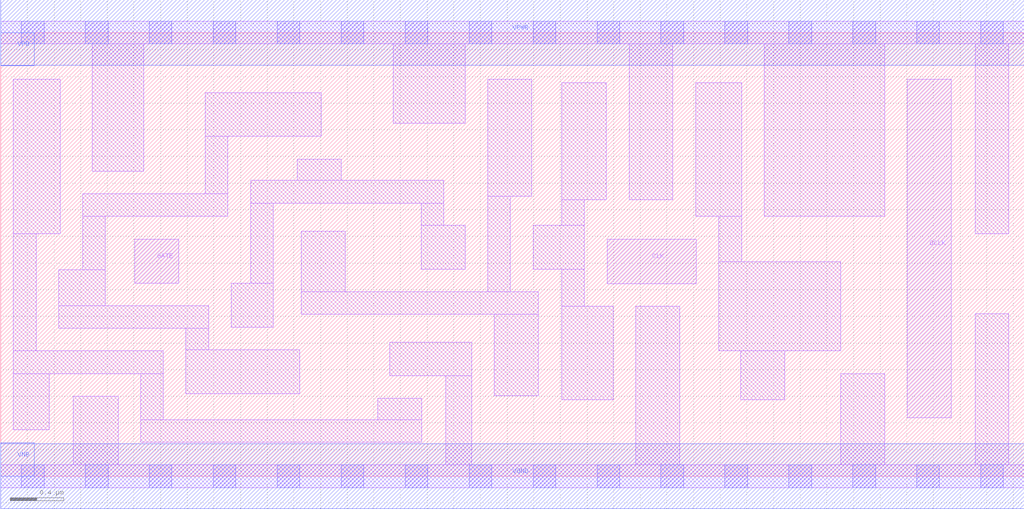
<source format=lef>
# Copyright 2020 The SkyWater PDK Authors
#
# Licensed under the Apache License, Version 2.0 (the "License");
# you may not use this file except in compliance with the License.
# You may obtain a copy of the License at
#
#     https://www.apache.org/licenses/LICENSE-2.0
#
# Unless required by applicable law or agreed to in writing, software
# distributed under the License is distributed on an "AS IS" BASIS,
# WITHOUT WARRANTIES OR CONDITIONS OF ANY KIND, either express or implied.
# See the License for the specific language governing permissions and
# limitations under the License.
#
# SPDX-License-Identifier: Apache-2.0

VERSION 5.5 ;
NAMESCASESENSITIVE ON ;
BUSBITCHARS "[]" ;
DIVIDERCHAR "/" ;
MACRO sky130_fd_sc_ms__dlclkp_2
  CLASS CORE ;
  SOURCE USER ;
  ORIGIN  0.000000  0.000000 ;
  SIZE  7.680000 BY  3.330000 ;
  SYMMETRY X Y ;
  SITE unit ;
  PIN GATE
    ANTENNAGATEAREA  0.246000 ;
    DIRECTION INPUT ;
    USE SIGNAL ;
    PORT
      LAYER li1 ;
        RECT 1.005000 1.450000 1.335000 1.780000 ;
    END
  END GATE
  PIN GCLK
    ANTENNADIFFAREA  0.543200 ;
    DIRECTION OUTPUT ;
    USE SIGNAL ;
    PORT
      LAYER li1 ;
        RECT 6.805000 0.440000 7.135000 2.980000 ;
    END
  END GCLK
  PIN CLK
    ANTENNAGATEAREA  0.498000 ;
    DIRECTION INPUT ;
    USE CLOCK ;
    PORT
      LAYER li1 ;
        RECT 4.550000 1.445000 5.220000 1.780000 ;
    END
  END CLK
  PIN VGND
    DIRECTION INOUT ;
    USE GROUND ;
    PORT
      LAYER met1 ;
        RECT 0.000000 -0.245000 7.680000 0.245000 ;
    END
  END VGND
  PIN VNB
    DIRECTION INOUT ;
    USE GROUND ;
    PORT
      LAYER met1 ;
        RECT 0.000000 0.000000 0.250000 0.250000 ;
    END
  END VNB
  PIN VPB
    DIRECTION INOUT ;
    USE POWER ;
    PORT
      LAYER met1 ;
        RECT 0.000000 3.080000 0.250000 3.330000 ;
    END
  END VPB
  PIN VPWR
    DIRECTION INOUT ;
    USE POWER ;
    PORT
      LAYER met1 ;
        RECT 0.000000 3.085000 7.680000 3.575000 ;
    END
  END VPWR
  OBS
    LAYER li1 ;
      RECT 0.000000 -0.085000 7.680000 0.085000 ;
      RECT 0.000000  3.245000 7.680000 3.415000 ;
      RECT 0.095000  0.350000 0.365000 0.770000 ;
      RECT 0.095000  0.770000 1.220000 0.940000 ;
      RECT 0.095000  0.940000 0.265000 1.820000 ;
      RECT 0.095000  1.820000 0.445000 2.980000 ;
      RECT 0.435000  1.110000 1.560000 1.280000 ;
      RECT 0.435000  1.280000 0.785000 1.550000 ;
      RECT 0.545000  0.085000 0.880000 0.600000 ;
      RECT 0.615000  1.550000 0.785000 1.950000 ;
      RECT 0.615000  1.950000 1.705000 2.120000 ;
      RECT 0.685000  2.290000 1.075000 3.245000 ;
      RECT 1.050000  0.255000 3.160000 0.425000 ;
      RECT 1.050000  0.425000 1.220000 0.770000 ;
      RECT 1.390000  0.620000 2.245000 0.950000 ;
      RECT 1.390000  0.950000 1.560000 1.110000 ;
      RECT 1.535000  2.120000 1.705000 2.550000 ;
      RECT 1.535000  2.550000 2.405000 2.880000 ;
      RECT 1.730000  1.120000 2.045000 1.450000 ;
      RECT 1.875000  1.450000 2.045000 2.050000 ;
      RECT 1.875000  2.050000 3.325000 2.220000 ;
      RECT 2.225000  2.220000 2.555000 2.380000 ;
      RECT 2.255000  1.215000 4.035000 1.385000 ;
      RECT 2.255000  1.385000 2.585000 1.840000 ;
      RECT 2.830000  0.425000 3.160000 0.585000 ;
      RECT 2.920000  0.755000 3.535000 1.005000 ;
      RECT 2.945000  2.650000 3.485000 3.245000 ;
      RECT 3.155000  1.555000 3.485000 1.885000 ;
      RECT 3.155000  1.885000 3.325000 2.050000 ;
      RECT 3.340000  0.085000 3.535000 0.755000 ;
      RECT 3.655000  1.385000 3.825000 2.100000 ;
      RECT 3.655000  2.100000 3.985000 2.980000 ;
      RECT 3.705000  0.605000 4.035000 1.215000 ;
      RECT 3.995000  1.555000 4.380000 1.885000 ;
      RECT 4.210000  0.575000 4.595000 1.275000 ;
      RECT 4.210000  1.275000 4.380000 1.555000 ;
      RECT 4.210000  1.885000 4.380000 2.075000 ;
      RECT 4.210000  2.075000 4.545000 2.955000 ;
      RECT 4.715000  2.075000 5.045000 3.245000 ;
      RECT 4.765000  0.085000 5.095000 1.275000 ;
      RECT 5.215000  1.950000 5.560000 2.955000 ;
      RECT 5.390000  0.940000 6.305000 1.610000 ;
      RECT 5.390000  1.610000 5.560000 1.950000 ;
      RECT 5.555000  0.575000 5.885000 0.940000 ;
      RECT 5.730000  1.950000 6.635000 3.245000 ;
      RECT 6.305000  0.085000 6.635000 0.770000 ;
      RECT 7.315000  0.085000 7.565000 1.220000 ;
      RECT 7.315000  1.820000 7.565000 3.245000 ;
    LAYER mcon ;
      RECT 0.155000 -0.085000 0.325000 0.085000 ;
      RECT 0.155000  3.245000 0.325000 3.415000 ;
      RECT 0.635000 -0.085000 0.805000 0.085000 ;
      RECT 0.635000  3.245000 0.805000 3.415000 ;
      RECT 1.115000 -0.085000 1.285000 0.085000 ;
      RECT 1.115000  3.245000 1.285000 3.415000 ;
      RECT 1.595000 -0.085000 1.765000 0.085000 ;
      RECT 1.595000  3.245000 1.765000 3.415000 ;
      RECT 2.075000 -0.085000 2.245000 0.085000 ;
      RECT 2.075000  3.245000 2.245000 3.415000 ;
      RECT 2.555000 -0.085000 2.725000 0.085000 ;
      RECT 2.555000  3.245000 2.725000 3.415000 ;
      RECT 3.035000 -0.085000 3.205000 0.085000 ;
      RECT 3.035000  3.245000 3.205000 3.415000 ;
      RECT 3.515000 -0.085000 3.685000 0.085000 ;
      RECT 3.515000  3.245000 3.685000 3.415000 ;
      RECT 3.995000 -0.085000 4.165000 0.085000 ;
      RECT 3.995000  3.245000 4.165000 3.415000 ;
      RECT 4.475000 -0.085000 4.645000 0.085000 ;
      RECT 4.475000  3.245000 4.645000 3.415000 ;
      RECT 4.955000 -0.085000 5.125000 0.085000 ;
      RECT 4.955000  3.245000 5.125000 3.415000 ;
      RECT 5.435000 -0.085000 5.605000 0.085000 ;
      RECT 5.435000  3.245000 5.605000 3.415000 ;
      RECT 5.915000 -0.085000 6.085000 0.085000 ;
      RECT 5.915000  3.245000 6.085000 3.415000 ;
      RECT 6.395000 -0.085000 6.565000 0.085000 ;
      RECT 6.395000  3.245000 6.565000 3.415000 ;
      RECT 6.875000 -0.085000 7.045000 0.085000 ;
      RECT 6.875000  3.245000 7.045000 3.415000 ;
      RECT 7.355000 -0.085000 7.525000 0.085000 ;
      RECT 7.355000  3.245000 7.525000 3.415000 ;
  END
END sky130_fd_sc_ms__dlclkp_2
END LIBRARY

</source>
